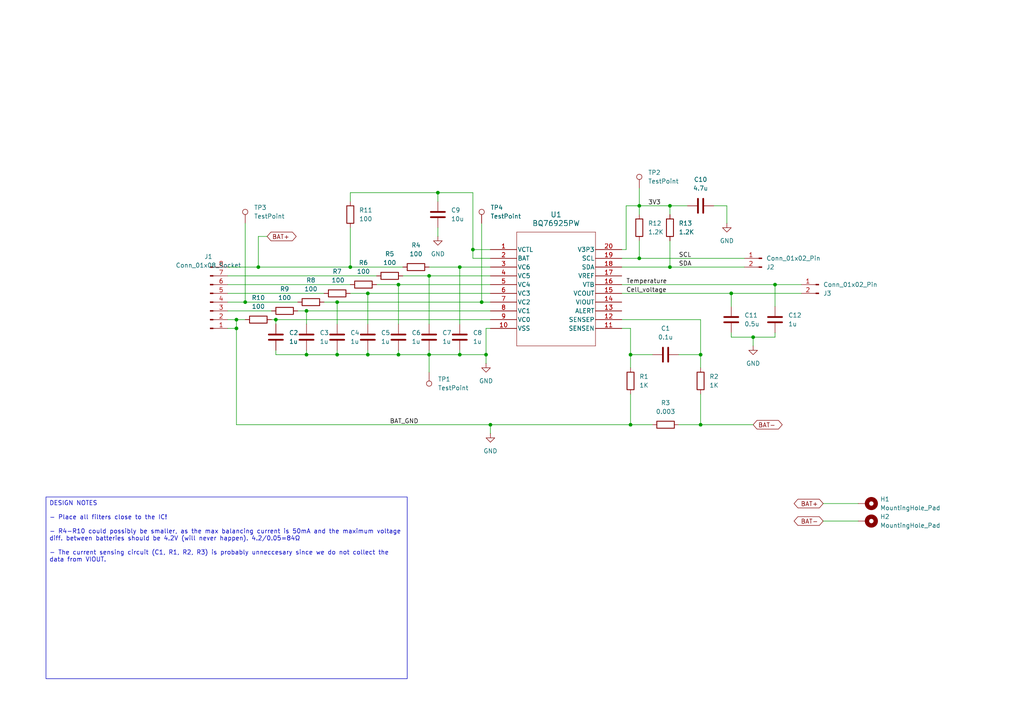
<source format=kicad_sch>
(kicad_sch (version 20250114) (generator "eeschema") (generator_version "9.0")
  (paper "A4")
  (title_block (title "Prototype BMS for SÓLFAR") (date "2025-02-18") (rev "1") (company "KTH Flying Team"))
  (lib_symbols
    (symbol "BQ76925PW:BQ76925PW" (pin_names (offset 0.254))
      (property "Reference" "U1" (at 33.02 10.16 0))
      (property "Value" "BQ76925PW" (at 33.02 7.62 0))
      (symbol "BQ76925PW_0_1"
        (polyline (pts (xy 21.59 5.08) (xy 21.59 -27.94)) (stroke (width 0.127)))
        (polyline (pts (xy 21.59 -27.94) (xy 44.45 -27.94)) (stroke (width 0.127)))
        (polyline (pts (xy 44.45 5.08) (xy 21.59 5.08)) (stroke (width 0.127)))
        (polyline (pts (xy 44.45 -27.94) (xy 44.45 5.08)) (stroke (width 0.127)))
        (pin output line (at 13.97 0 0) (length 7.62) (name "VCTL") (number "1"))
        (pin power_in line (at 13.97 -2.54 0) (length 7.62) (name "BAT") (number "2"))
        (pin input line (at 13.97 -5.08 0) (length 7.62) (name "VC6") (number "3"))
        (pin input line (at 13.97 -7.62 0) (length 7.62) (name "VC5") (number "4"))
        (pin input line (at 13.97 -10.16 0) (length 7.62) (name "VC4") (number "5"))
        (pin input line (at 13.97 -12.7 0) (length 7.62) (name "VC3") (number "6"))
        (pin input line (at 13.97 -15.24 0) (length 7.62) (name "VC2") (number "7"))
        (pin input line (at 13.97 -17.78 0) (length 7.62) (name "VC1") (number "8"))
        (pin input line (at 13.97 -20.32 0) (length 7.62) (name "VC0") (number "9"))
        (pin power_in line (at 13.97 -22.86 0) (length 7.62) (name "VSS") (number "10"))
        (pin output line (at 52.07 0 180) (length 7.62) (name "V3P3") (number "20"))
        (pin input line (at 52.07 -2.54 180) (length 7.62) (name "SCL") (number "19"))
        (pin bidirectional line (at 52.07 -5.08 180) (length 7.62) (name "SDA") (number "18"))
        (pin output line (at 52.07 -7.62 180) (length 7.62) (name "VREF") (number "17"))
        (pin output line (at 52.07 -10.16 180) (length 7.62) (name "VTB") (number "16"))
        (pin output line (at 52.07 -12.7 180) (length 7.62) (name "VCOUT") (number "15"))
        (pin output line (at 52.07 -15.24 180) (length 7.62) (name "VIOUT") (number "14"))
        (pin output line (at 52.07 -17.78 180) (length 7.62) (name "ALERT") (number "13"))
        (pin input line (at 52.07 -20.32 180) (length 7.62) (name "SENSEP") (number "12"))
        (pin input line (at 52.07 -22.86 180) (length 7.62) (name "SENSEN") (number "11"))
      )
    )
    (symbol "Connector:Conn_01x02_Pin" (pin_names (offset 1.016) (hide yes))
      (property "Reference" "J" (at 0 2.54 0))
      (property "Value" "Conn_01x02_Pin" (at 0 -5.08 0))
      (symbol "Conn_01x02_Pin_1_1"
        (rectangle (start 0.8636 0.127) (end 0 -0.127) (stroke (width 0.1524)) (fill (type outline)))
        (rectangle (start 0.8636 -2.413) (end 0 -2.667) (stroke (width 0.1524)) (fill (type outline)))
        (polyline (pts (xy 1.27 0) (xy 0.8636 0)) (stroke (width 0.1524)))
        (polyline (pts (xy 1.27 -2.54) (xy 0.8636 -2.54)) (stroke (width 0.1524)))
        (pin passive line (at 5.08 0 180) (length 3.81) (name "Pin_1") (number "1"))
        (pin passive line (at 5.08 -2.54 180) (length 3.81) (name "Pin_2") (number "2"))
      )
    )
    (symbol "Connector:Conn_01x08_Pin" (pin_names (offset 1.016) (hide yes))
      (property "Reference" "J" (at 0 10.16 0))
      (property "Value" "Conn_01x08_Pin" (at 0 -12.7 0))
      (symbol "Conn_01x08_Pin_1_1"
        (rectangle (start 0.8636 7.747) (end 0 7.493) (stroke (width 0.1524)) (fill (type outline)))
        (rectangle (start 0.8636 5.207) (end 0 4.953) (stroke (width 0.1524)) (fill (type outline)))
        (rectangle (start 0.8636 2.667) (end 0 2.413) (stroke (width 0.1524)) (fill (type outline)))
        (rectangle (start 0.8636 0.127) (end 0 -0.127) (stroke (width 0.1524)) (fill (type outline)))
        (rectangle (start 0.8636 -2.413) (end 0 -2.667) (stroke (width 0.1524)) (fill (type outline)))
        (rectangle (start 0.8636 -4.953) (end 0 -5.207) (stroke (width 0.1524)) (fill (type outline)))
        (rectangle (start 0.8636 -7.493) (end 0 -7.747) (stroke (width 0.1524)) (fill (type outline)))
        (rectangle (start 0.8636 -10.033) (end 0 -10.287) (stroke (width 0.1524)) (fill (type outline)))
        (polyline (pts (xy 1.27 7.62) (xy 0.8636 7.62)) (stroke (width 0.1524)))
        (polyline (pts (xy 1.27 5.08) (xy 0.8636 5.08)) (stroke (width 0.1524)))
        (polyline (pts (xy 1.27 2.54) (xy 0.8636 2.54)) (stroke (width 0.1524)))
        (polyline (pts (xy 1.27 0) (xy 0.8636 0)) (stroke (width 0.1524)))
        (polyline (pts (xy 1.27 -2.54) (xy 0.8636 -2.54)) (stroke (width 0.1524)))
        (polyline (pts (xy 1.27 -5.08) (xy 0.8636 -5.08)) (stroke (width 0.1524)))
        (polyline (pts (xy 1.27 -7.62) (xy 0.8636 -7.62)) (stroke (width 0.1524)))
        (polyline (pts (xy 1.27 -10.16) (xy 0.8636 -10.16)) (stroke (width 0.1524)))
        (pin passive line (at 5.08 7.62 180) (length 3.81) (name "Pin_1") (number "1"))
        (pin passive line (at 5.08 5.08 180) (length 3.81) (name "Pin_2") (number "2"))
        (pin passive line (at 5.08 2.54 180) (length 3.81) (name "Pin_3") (number "3"))
        (pin passive line (at 5.08 0 180) (length 3.81) (name "Pin_4") (number "4"))
        (pin passive line (at 5.08 -2.54 180) (length 3.81) (name "Pin_5") (number "5"))
        (pin passive line (at 5.08 -5.08 180) (length 3.81) (name "Pin_6") (number "6"))
        (pin passive line (at 5.08 -7.62 180) (length 3.81) (name "Pin_7") (number "7"))
        (pin passive line (at 5.08 -10.16 180) (length 3.81) (name "Pin_8") (number "8"))
      )
    )
    (symbol "Connector:TestPoint" (pin_numbers (hide yes)) (pin_names (offset 0.762) (hide yes))
      (property "Reference" "TP" (at 0 6.858 0))
      (property "Value" "TestPoint" (at 0 5.08 0))
      (symbol "TestPoint_0_1"
        (circle (center 0 3.302) (radius 0.762))
      )
      (symbol "TestPoint_1_1"
        (pin passive line (at 0 0 90) (length 2.54) (name "1") (number "1"))
      )
    )
    (symbol "Device:C" (pin_numbers (hide yes)) (pin_names (offset 0.254))
      (property "Reference" "C" (at 0.635 2.54 0))
      (property "Value" "C" (at 0.635 -2.54 0))
      (symbol "C_0_1"
        (polyline (pts (xy -2.032 0.762) (xy 2.032 0.762)) (stroke (width 0.508)))
        (polyline (pts (xy -2.032 -0.762) (xy 2.032 -0.762)) (stroke (width 0.508)))
      )
      (symbol "C_1_1"
        (pin passive line (at 0 3.81 270) (length 2.794) (name "~") (number "1"))
        (pin passive line (at 0 -3.81 90) (length 2.794) (name "~") (number "2"))
      )
    )
    (symbol "Device:R" (pin_numbers (hide yes)) (pin_names (offset 0))
      (property "Reference" "R" (at 2.032 0 90))
      (property "Value" "R" (at 0 0 90))
      (symbol "R_0_1"
        (rectangle (start -1.016 -2.54) (end 1.016 2.54) (stroke (width 0.254)))
      )
      (symbol "R_1_1"
        (pin passive line (at 0 3.81 270) (length 1.27) (name "~") (number "1"))
        (pin passive line (at 0 -3.81 90) (length 1.27) (name "~") (number "2"))
      )
    )
    (symbol "Mechanical:MountingHole_Pad" (pin_numbers (hide yes)) (pin_names (offset 1.016) (hide yes)) (exclude_from_sim yes) (in_bom no)
      (property "Reference" "H" (at 0 6.35 0))
      (property "Value" "MountingHole_Pad" (at 0 4.445 0))
      (symbol "MountingHole_Pad_0_1"
        (circle (center 0 1.27) (radius 1.27) (stroke (width 1.27)))
      )
      (symbol "MountingHole_Pad_1_1"
        (pin input line (at 0 -2.54 90) (length 2.54) (name "1") (number "1"))
      )
    )
    (symbol "power:GND" (power) (pin_numbers (hide yes)) (pin_names (offset 0) (hide yes))
      (property "Value" "GND" (at 0 -3.81 0))
      (symbol "GND_0_1"
        (polyline (pts (xy 0 0) (xy 0 -1.27) (xy 1.27 -1.27) (xy 0 -2.54) (xy -1.27 -1.27) (xy 0 -1.27)))
      )
      (symbol "GND_1_1"
        (pin power_in line (at 0 0 270) (length 0) (name "~") (number "1"))
      )
    )
  )
  (text_box "DESIGN NOTES\n\n- Place all filters close to the IC!\n\n- R4-R10 could possibly be smaller, as the max balancing current is 50mA and the maximum voltage diff. between batteries should be 4.2V (will never happen). 4.2/0.05=84Ω\n\n- The current sensing circuit (C1, R1, R2, R3) is probably unneccesary since we do not collect the data from VIOUT." (at 13.335 144.145 0) (size 104.775 52.705) (margins 0.9525 0.9525 0.9525 0.9525) (effects (font (size 1.27 1.27)) (justify left top)))
  (junction (at 124.46 102.87))
  (junction (at 194.31 77.47))
  (junction (at 68.58 95.25))
  (junction (at 224.79 82.55))
  (junction (at 182.88 102.87))
  (junction (at 101.6 77.47))
  (junction (at 139.7 87.63))
  (junction (at 80.01 92.71))
  (junction (at 88.9 90.17))
  (junction (at 203.2 123.19))
  (junction (at 115.57 102.87))
  (junction (at 106.68 85.09))
  (junction (at 74.93 77.47))
  (junction (at 185.42 74.93))
  (junction (at 71.12 87.63))
  (junction (at 124.46 80.01))
  (junction (at 97.79 87.63))
  (junction (at 68.58 92.71))
  (junction (at 115.57 82.55))
  (junction (at 142.24 123.19))
  (junction (at 182.88 123.19))
  (junction (at 106.68 102.87))
  (junction (at 88.9 102.87))
  (junction (at 185.42 59.69))
  (junction (at 133.35 77.47))
  (junction (at 218.44 97.79))
  (junction (at 133.35 102.87))
  (junction (at 127 55.88))
  (junction (at 97.79 102.87))
  (junction (at 140.97 102.87))
  (junction (at 194.31 59.69))
  (junction (at 137.16 72.39))
  (junction (at 212.09 85.09))
  (junction (at 203.2 102.87))
  (wire (pts (xy 137.16 74.93) (xy 137.16 72.39)))
  (wire (pts (xy 88.9 102.87) (xy 97.79 102.87)))
  (wire (pts (xy 196.85 102.87) (xy 203.2 102.87)))
  (wire (pts (xy 80.01 92.71) (xy 142.24 92.71)))
  (wire (pts (xy 181.61 72.39) (xy 180.34 72.39)))
  (wire (pts (xy 189.23 123.19) (xy 182.88 123.19)))
  (wire (pts (xy 142.24 123.19) (xy 142.24 125.73)))
  (wire (pts (xy 74.93 77.47) (xy 101.6 77.47)))
  (wire (pts (xy 185.42 59.69) (xy 194.31 59.69)))
  (wire (pts (xy 140.97 102.87) (xy 140.97 95.25)))
  (wire (pts (xy 137.16 72.39) (xy 142.24 72.39)))
  (wire (pts (xy 203.2 92.71) (xy 203.2 102.87)))
  (wire (pts (xy 93.98 87.63) (xy 97.79 87.63)))
  (wire (pts (xy 71.12 64.77) (xy 71.12 87.63)))
  (wire (pts (xy 180.34 85.09) (xy 212.09 85.09)))
  (wire (pts (xy 224.79 88.9) (xy 224.79 82.55)))
  (wire (pts (xy 115.57 102.87) (xy 106.68 102.87)))
  (wire (pts (xy 80.01 93.98) (xy 80.01 92.71)))
  (wire (pts (xy 88.9 90.17) (xy 88.9 93.98)))
  (wire (pts (xy 80.01 102.87) (xy 88.9 102.87)))
  (wire (pts (xy 71.12 87.63) (xy 86.36 87.63)))
  (wire (pts (xy 180.34 95.25) (xy 182.88 95.25)))
  (wire (pts (xy 238.76 151.13) (xy 248.92 151.13)))
  (wire (pts (xy 127 55.88) (xy 127 58.42)))
  (wire (pts (xy 212.09 97.79) (xy 212.09 96.52)))
  (wire (pts (xy 133.35 101.6) (xy 133.35 102.87)))
  (wire (pts (xy 212.09 85.09) (xy 232.41 85.09)))
  (wire (pts (xy 124.46 102.87) (xy 133.35 102.87)))
  (wire (pts (xy 97.79 87.63) (xy 139.7 87.63)))
  (wire (pts (xy 140.97 95.25) (xy 142.24 95.25)))
  (wire (pts (xy 127 66.04) (xy 127 68.58)))
  (wire (pts (xy 218.44 97.79) (xy 224.79 97.79)))
  (wire (pts (xy 180.34 74.93) (xy 185.42 74.93)))
  (wire (pts (xy 66.04 87.63) (xy 71.12 87.63)))
  (wire (pts (xy 181.61 72.39) (xy 181.61 59.69)))
  (wire (pts (xy 106.68 85.09) (xy 106.68 93.98)))
  (wire (pts (xy 116.84 80.01) (xy 124.46 80.01)))
  (wire (pts (xy 101.6 66.04) (xy 101.6 77.47)))
  (wire (pts (xy 238.76 146.05) (xy 248.92 146.05)))
  (wire (pts (xy 194.31 59.69) (xy 199.39 59.69)))
  (wire (pts (xy 181.61 59.69) (xy 185.42 59.69)))
  (wire (pts (xy 180.34 92.71) (xy 203.2 92.71)))
  (wire (pts (xy 115.57 101.6) (xy 115.57 102.87)))
  (wire (pts (xy 115.57 82.55) (xy 115.57 93.98)))
  (wire (pts (xy 97.79 101.6) (xy 97.79 102.87)))
  (wire (pts (xy 182.88 102.87) (xy 189.23 102.87)))
  (wire (pts (xy 142.24 123.19) (xy 182.88 123.19)))
  (wire (pts (xy 74.93 68.58) (xy 74.93 77.47)))
  (wire (pts (xy 86.36 90.17) (xy 88.9 90.17)))
  (wire (pts (xy 224.79 82.55) (xy 232.41 82.55)))
  (wire (pts (xy 203.2 114.3) (xy 203.2 123.19)))
  (wire (pts (xy 106.68 102.87) (xy 97.79 102.87)))
  (wire (pts (xy 180.34 82.55) (xy 224.79 82.55)))
  (wire (pts (xy 109.22 82.55) (xy 115.57 82.55)))
  (wire (pts (xy 68.58 92.71) (xy 71.12 92.71)))
  (wire (pts (xy 185.42 59.69) (xy 185.42 62.23)))
  (wire (pts (xy 88.9 101.6) (xy 88.9 102.87)))
  (wire (pts (xy 212.09 85.09) (xy 212.09 88.9)))
  (wire (pts (xy 77.47 68.58) (xy 74.93 68.58)))
  (wire (pts (xy 66.04 90.17) (xy 78.74 90.17)))
  (wire (pts (xy 127 55.88) (xy 137.16 55.88)))
  (wire (pts (xy 182.88 102.87) (xy 182.88 106.68)))
  (wire (pts (xy 194.31 59.69) (xy 194.31 62.23)))
  (wire (pts (xy 180.34 77.47) (xy 194.31 77.47)))
  (wire (pts (xy 124.46 102.87) (xy 115.57 102.87)))
  (wire (pts (xy 133.35 77.47) (xy 133.35 93.98)))
  (wire (pts (xy 203.2 123.19) (xy 196.85 123.19)))
  (wire (pts (xy 185.42 54.61) (xy 185.42 59.69)))
  (wire (pts (xy 139.7 64.77) (xy 139.7 87.63)))
  (wire (pts (xy 101.6 55.88) (xy 127 55.88)))
  (wire (pts (xy 80.01 101.6) (xy 80.01 102.87)))
  (wire (pts (xy 88.9 90.17) (xy 142.24 90.17)))
  (wire (pts (xy 101.6 82.55) (xy 66.04 82.55)))
  (wire (pts (xy 124.46 101.6) (xy 124.46 102.87)))
  (wire (pts (xy 68.58 95.25) (xy 68.58 123.19)))
  (wire (pts (xy 203.2 123.19) (xy 218.44 123.19)))
  (wire (pts (xy 124.46 102.87) (xy 124.46 107.95)))
  (wire (pts (xy 101.6 55.88) (xy 101.6 58.42)))
  (wire (pts (xy 139.7 87.63) (xy 142.24 87.63)))
  (wire (pts (xy 97.79 87.63) (xy 97.79 93.98)))
  (wire (pts (xy 133.35 77.47) (xy 142.24 77.47)))
  (wire (pts (xy 66.04 85.09) (xy 93.98 85.09)))
  (wire (pts (xy 203.2 102.87) (xy 203.2 106.68)))
  (wire (pts (xy 133.35 102.87) (xy 140.97 102.87)))
  (wire (pts (xy 207.01 59.69) (xy 210.82 59.69)))
  (wire (pts (xy 66.04 80.01) (xy 109.22 80.01)))
  (wire (pts (xy 68.58 92.71) (xy 68.58 95.25)))
  (wire (pts (xy 66.04 92.71) (xy 68.58 92.71)))
  (wire (pts (xy 124.46 80.01) (xy 124.46 93.98)))
  (wire (pts (xy 194.31 77.47) (xy 215.9 77.47)))
  (wire (pts (xy 140.97 105.41) (xy 140.97 102.87)))
  (wire (pts (xy 124.46 77.47) (xy 133.35 77.47)))
  (wire (pts (xy 185.42 74.93) (xy 215.9 74.93)))
  (wire (pts (xy 142.24 74.93) (xy 137.16 74.93)))
  (wire (pts (xy 68.58 123.19) (xy 142.24 123.19)))
  (wire (pts (xy 78.74 92.71) (xy 80.01 92.71)))
  (wire (pts (xy 106.68 101.6) (xy 106.68 102.87)))
  (wire (pts (xy 210.82 59.69) (xy 210.82 64.77)))
  (wire (pts (xy 101.6 77.47) (xy 116.84 77.47)))
  (wire (pts (xy 115.57 82.55) (xy 142.24 82.55)))
  (wire (pts (xy 124.46 80.01) (xy 142.24 80.01)))
  (wire (pts (xy 101.6 85.09) (xy 106.68 85.09)))
  (wire (pts (xy 106.68 85.09) (xy 142.24 85.09)))
  (wire (pts (xy 182.88 95.25) (xy 182.88 102.87)))
  (wire (pts (xy 218.44 97.79) (xy 212.09 97.79)))
  (wire (pts (xy 185.42 69.85) (xy 185.42 74.93)))
  (wire (pts (xy 137.16 72.39) (xy 137.16 55.88)))
  (wire (pts (xy 218.44 97.79) (xy 218.44 100.33)))
  (wire (pts (xy 224.79 96.52) (xy 224.79 97.79)))
  (wire (pts (xy 66.04 95.25) (xy 68.58 95.25)))
  (wire (pts (xy 182.88 123.19) (xy 182.88 114.3)))
  (wire (pts (xy 194.31 69.85) (xy 194.31 77.47)))
  (wire (pts (xy 66.04 77.47) (xy 74.93 77.47)))
  (label "Temperature" (at 181.61 82.55 0))
  (label "Cell_voltage" (at 181.61 85.09 0))
  (label "SCL" (at 196.85 74.93 0))
  (label "3V3" (at 187.96 59.69 0))
  (label "BAT_GND" (at 113.03 123.19 0))
  (label "SDA" (at 196.85 77.47 0))
  (global_label "BAT+" (shape bidirectional) (at 77.47 68.58 0) (property "Intersheetrefs" "${INTERSHEET_REFS}" (effects (hide yes))))
  (global_label "BAT-" (shape bidirectional) (at 218.44 123.19 0) (property "Intersheetrefs" "${INTERSHEET_REFS}" (effects (hide yes))))
  (global_label "BAT+" (shape bidirectional) (at 238.76 146.05 180) (property "Intersheetrefs" "${INTERSHEET_REFS}" (effects (hide yes))))
  (global_label "BAT-" (shape bidirectional) (at 238.76 151.13 180) (property "Intersheetrefs" "${INTERSHEET_REFS}" (effects (hide yes))))
  (symbol (lib_id "Device:C") (at 97.79 97.79 0) (unit 1)
    (property "Reference" "C4" (at 101.6 96.5199 0) (effects (justify left)))
    (property "Value" "1u" (at 101.6 99.0599 0) (effects (justify left)))
    (property "Footprint" "Capacitor_SMD:C_1210_3225Metric_Pad1.33x2.70mm_HandSolder" (effects (hide yes)))
    (property "Description" "Unpolarized capacitor" (effects (hide yes)))
  )
  (symbol (lib_id "power:GND") (at 218.44 100.33 0) (unit 1)
    (property "Reference" "#PWR04" (effects (hide yes)))
    (property "Value" "GND" (at 218.44 105.41 0))
    (property "Description" "Power symbol creates a global label with name \"GND\" , ground" (effects (hide yes)))
  )
  (symbol (lib_id "Device:R") (at 203.2 110.49 0) (unit 1)
    (property "Reference" "R2" (at 205.74 109.2199 0) (effects (justify left)))
    (property "Value" "1K" (at 205.74 111.7599 0) (effects (justify left)))
    (property "Footprint" "Resistor_SMD:R_1206_3216Metric_Pad1.30x1.75mm_HandSolder" (effects (hide yes)))
    (property "Description" "Resistor" (effects (hide yes)))
  )
  (symbol (lib_id "Device:C") (at 115.57 97.79 0) (unit 1)
    (property "Reference" "C6" (at 119.38 96.5199 0) (effects (justify left)))
    (property "Value" "1u" (at 119.38 99.0599 0) (effects (justify left)))
    (property "Footprint" "Capacitor_SMD:C_1210_3225Metric_Pad1.33x2.70mm_HandSolder" (effects (hide yes)))
    (property "Description" "Unpolarized capacitor" (effects (hide yes)))
  )
  (symbol (lib_id "Device:R") (at 97.79 85.09 90) (unit 1)
    (property "Reference" "R7" (at 97.79 78.74 90))
    (property "Value" "100" (at 98.044 81.28 90))
    (property "Footprint" "Resistor_SMD:R_1206_3216Metric_Pad1.30x1.75mm_HandSolder" (effects (hide yes)))
    (property "Description" "Resistor" (effects (hide yes)))
  )
  (symbol (lib_id "Mechanical:MountingHole_Pad") (at 251.46 151.13 270) (unit 1) (exclude_from_sim yes) (in_bom no)
    (property "Reference" "H2" (at 255.27 149.8599 90) (effects (justify left)))
    (property "Value" "MountingHole_Pad" (at 255.27 152.3999 90) (effects (justify left)))
    (property "Footprint" "MountingHole:MountingHole_2.2mm_M2_DIN965_Pad" (effects (hide yes)))
    (property "Description" "Mounting Hole with connection" (effects (hide yes)))
  )
  (symbol (lib_id "Device:R") (at 74.93 92.71 90) (unit 1)
    (property "Reference" "R10" (at 74.93 86.36 90))
    (property "Value" "100" (at 74.93 88.9 90))
    (property "Footprint" "Resistor_SMD:R_1206_3216Metric_Pad1.30x1.75mm_HandSolder" (effects (hide yes)))
    (property "Description" "Resistor" (effects (hide yes)))
  )
  (symbol (lib_id "Device:R") (at 182.88 110.49 0) (unit 1)
    (property "Reference" "R1" (at 185.42 109.2199 0) (effects (justify left)))
    (property "Value" "1K" (at 185.42 111.7599 0) (effects (justify left)))
    (property "Footprint" "Resistor_SMD:R_1206_3216Metric_Pad1.30x1.75mm_HandSolder" (effects (hide yes)))
    (property "Description" "Resistor" (effects (hide yes)))
  )
  (symbol (lib_id "Connector:TestPoint") (at 139.7 64.77 0) (unit 1)
    (property "Reference" "TP4" (at 142.24 60.1979 0) (effects (justify left)))
    (property "Value" "TestPoint" (at 142.24 62.7379 0) (effects (justify left)))
    (property "Footprint" "TestPoint:TestPoint_THTPad_D1.5mm_Drill0.7mm" (effects (hide yes)))
    (property "Description" "test point" (effects (hide yes)))
  )
  (symbol (lib_id "BQ76925PW:BQ76925PW") (at 128.27 72.39 0) (unit 1)
    (property "Reference" "U1" (at 161.29 62.23 0) (effects (font (size 1.524 1.524))))
    (property "Value" "BQ76925PW" (at 161.29 64.77 0) (effects (font (size 1.524 1.524))))
    (property "Footprint" "Package_SO:TSSOP-20_4.4x6.5mm_P0.65mm" (effects (hide yes)))
    (property "Datasheet" "https://www.ti.com/lit/ds/symlink/bq76925.pdf?ts=1749122714442&ref_url=https%253A%252F%252Fwww.ti.com%252Fproduct%252FBQ76925%252Fpart-details%252FBQ76925PW" (effects (hide yes)))
  )
  (symbol (lib_id "Device:R") (at 194.31 66.04 0) (unit 1)
    (property "Reference" "R13" (at 196.85 64.7699 0) (effects (justify left)))
    (property "Value" "1.2K" (at 196.85 67.3099 0) (effects (justify left)))
    (property "Footprint" "Resistor_SMD:R_1206_3216Metric_Pad1.30x1.75mm_HandSolder" (effects (hide yes)))
    (property "Description" "Resistor" (effects (hide yes)))
  )
  (symbol (lib_id "Connector:TestPoint") (at 185.42 54.61 0) (unit 1)
    (property "Reference" "TP2" (at 187.96 50.0379 0) (effects (justify left)))
    (property "Value" "TestPoint" (at 187.96 52.5779 0) (effects (justify left)))
    (property "Footprint" "TestPoint:TestPoint_THTPad_D1.5mm_Drill0.7mm" (effects (hide yes)))
    (property "Description" "test point" (effects (hide yes)))
  )
  (symbol (lib_id "Device:C") (at 133.35 97.79 0) (unit 1)
    (property "Reference" "C8" (at 137.16 96.5199 0) (effects (justify left)))
    (property "Value" "1u" (at 137.16 99.0599 0) (effects (justify left)))
    (property "Footprint" "Capacitor_SMD:C_1210_3225Metric_Pad1.33x2.70mm_HandSolder" (effects (hide yes)))
    (property "Description" "Unpolarized capacitor" (effects (hide yes)))
  )
  (symbol (lib_id "Device:C") (at 88.9 97.79 0) (unit 1)
    (property "Reference" "C3" (at 92.71 96.5199 0) (effects (justify left)))
    (property "Value" "1u" (at 92.71 99.0599 0) (effects (justify left)))
    (property "Footprint" "Capacitor_SMD:C_1210_3225Metric_Pad1.33x2.70mm_HandSolder" (effects (hide yes)))
    (property "Description" "Unpolarized capacitor" (effects (hide yes)))
  )
  (symbol (lib_id "Device:R") (at 193.04 123.19 90) (unit 1)
    (property "Reference" "R3" (at 193.04 116.84 90))
    (property "Value" "0.003" (at 193.04 119.38 90))
    (property "Footprint" "Resistor_SMD:R_2512_6332Metric_Pad1.40x3.35mm_HandSolder" (effects (hide yes)))
    (property "Description" "Resistor" (effects (hide yes)))
  )
  (symbol (lib_id "Device:C") (at 127 62.23 0) (unit 1)
    (property "Reference" "C9" (at 130.81 60.9599 0) (effects (justify left)))
    (property "Value" "10u" (at 130.81 63.4999 0) (effects (justify left)))
    (property "Footprint" "Capacitor_SMD:C_1210_3225Metric_Pad1.33x2.70mm_HandSolder" (effects (hide yes)))
    (property "Description" "Unpolarized capacitor" (effects (hide yes)))
  )
  (symbol (lib_id "Device:R") (at 90.17 87.63 90) (unit 1)
    (property "Reference" "R8" (at 90.17 81.28 90))
    (property "Value" "100" (at 90.17 83.82 90))
    (property "Footprint" "Resistor_SMD:R_1206_3216Metric_Pad1.30x1.75mm_HandSolder" (effects (hide yes)))
    (property "Description" "Resistor" (effects (hide yes)))
  )
  (symbol (lib_id "Device:C") (at 203.2 59.69 90) (unit 1)
    (property "Reference" "C10" (at 203.2 52.07 90))
    (property "Value" "4.7u" (at 203.2 54.61 90))
    (property "Footprint" "Capacitor_SMD:C_1210_3225Metric_Pad1.33x2.70mm_HandSolder" (effects (hide yes)))
    (property "Description" "Unpolarized capacitor" (effects (hide yes)))
  )
  (symbol (lib_id "power:GND") (at 127 68.58 0) (unit 1)
    (property "Reference" "#PWR02" (effects (hide yes)))
    (property "Value" "GND" (at 127 73.66 0))
    (property "Description" "Power symbol creates a global label with name \"GND\" , ground" (effects (hide yes)))
  )
  (symbol (lib_id "Connector:TestPoint") (at 124.46 107.95 180) (unit 1)
    (property "Reference" "TP1" (at 127 109.9819 0) (effects (justify right)))
    (property "Value" "TestPoint" (at 127 112.5219 0) (effects (justify right)))
    (property "Footprint" "TestPoint:TestPoint_THTPad_D1.5mm_Drill0.7mm" (effects (hide yes)))
    (property "Description" "test point" (effects (hide yes)))
  )
  (symbol (lib_id "Device:R") (at 120.65 77.47 90) (unit 1)
    (property "Reference" "R4" (at 120.65 71.12 90))
    (property "Value" "100" (at 120.65 73.66 90))
    (property "Footprint" "Resistor_SMD:R_1206_3216Metric_Pad1.30x1.75mm_HandSolder" (effects (hide yes)))
    (property "Description" "Resistor" (effects (hide yes)))
  )
  (symbol (lib_id "power:GND") (at 210.82 64.77 0) (unit 1)
    (property "Reference" "#PWR03" (effects (hide yes)))
    (property "Value" "GND" (at 210.82 69.85 0))
    (property "Description" "Power symbol creates a global label with name \"GND\" , ground" (effects (hide yes)))
  )
  (symbol (lib_id "power:GND") (at 140.97 105.41 0) (unit 1)
    (property "Reference" "#PWR01" (effects (hide yes)))
    (property "Value" "GND" (at 140.97 110.49 0))
    (property "Description" "Power symbol creates a global label with name \"GND\" , ground" (effects (hide yes)))
  )
  (symbol (lib_id "Mechanical:MountingHole_Pad") (at 251.46 146.05 270) (unit 1) (exclude_from_sim yes) (in_bom no)
    (property "Reference" "H1" (at 255.27 144.7799 90) (effects (justify left)))
    (property "Value" "MountingHole_Pad" (at 255.27 147.3199 90) (effects (justify left)))
    (property "Footprint" "MountingHole:MountingHole_2.2mm_M2_DIN965_Pad" (effects (hide yes)))
    (property "Description" "Mounting Hole with connection" (effects (hide yes)))
  )
  (symbol (lib_id "Device:C") (at 80.01 97.79 0) (unit 1)
    (property "Reference" "C2" (at 83.82 96.5199 0) (effects (justify left)))
    (property "Value" "1u" (at 83.82 99.0599 0) (effects (justify left)))
    (property "Footprint" "Capacitor_SMD:C_1210_3225Metric_Pad1.33x2.70mm_HandSolder" (effects (hide yes)))
    (property "Description" "Unpolarized capacitor" (effects (hide yes)))
  )
  (symbol (lib_id "Device:C") (at 193.04 102.87 90) (unit 1)
    (property "Reference" "C1" (at 193.04 95.25 90))
    (property "Value" "0.1u" (at 193.04 97.79 90))
    (property "Footprint" "Capacitor_SMD:C_1210_3225Metric_Pad1.33x2.70mm_HandSolder" (effects (hide yes)))
    (property "Description" "Unpolarized capacitor" (effects (hide yes)))
  )
  (symbol (lib_id "power:GND") (at 142.24 125.73 0) (unit 1)
    (property "Reference" "#PWR05" (effects (hide yes)))
    (property "Value" "GND" (at 142.24 130.81 0))
    (property "Description" "Power symbol creates a global label with name \"GND\" , ground" (effects (hide yes)))
  )
  (symbol (lib_id "Device:R") (at 82.55 90.17 90) (unit 1)
    (property "Reference" "R9" (at 82.55 83.82 90))
    (property "Value" "100" (at 82.55 86.36 90))
    (property "Footprint" "Resistor_SMD:R_1206_3216Metric_Pad1.30x1.75mm_HandSolder" (effects (hide yes)))
    (property "Description" "Resistor" (effects (hide yes)))
  )
  (symbol (lib_id "Connector:Conn_01x02_Pin") (at 220.98 74.93 0) (mirror y) (unit 1)
    (property "Reference" "J2" (at 222.25 77.4701 0) (effects (justify right)))
    (property "Value" "Conn_01x02_Pin" (at 222.25 74.9301 0) (effects (justify right)))
    (property "Footprint" "Connector_JST:JST_GH_BM02B-GHS-TBT_1x02-1MP_P1.25mm_Vertical" (effects (hide yes)))
    (property "Description" "Generic connector, single row, 01x02, script generated" (effects (hide yes)))
  )
  (symbol (lib_id "Device:C") (at 224.79 92.71 0) (unit 1)
    (property "Reference" "C12" (at 228.6 91.4399 0) (effects (justify left)))
    (property "Value" "1u" (at 228.6 93.9799 0) (effects (justify left)))
    (property "Footprint" "Capacitor_SMD:C_1210_3225Metric_Pad1.33x2.70mm_HandSolder" (effects (hide yes)))
    (property "Description" "Unpolarized capacitor" (effects (hide yes)))
  )
  (symbol (lib_id "Device:R") (at 113.03 80.01 90) (unit 1)
    (property "Reference" "R5" (at 113.03 73.66 90))
    (property "Value" "100" (at 113.03 76.2 90))
    (property "Footprint" "Resistor_SMD:R_1206_3216Metric_Pad1.30x1.75mm_HandSolder" (effects (hide yes)))
    (property "Description" "Resistor" (effects (hide yes)))
  )
  (symbol (lib_id "Device:C") (at 124.46 97.79 0) (unit 1)
    (property "Reference" "C7" (at 128.27 96.5199 0) (effects (justify left)))
    (property "Value" "1u" (at 128.27 99.0599 0) (effects (justify left)))
    (property "Footprint" "Capacitor_SMD:C_1210_3225Metric_Pad1.33x2.70mm_HandSolder" (effects (hide yes)))
    (property "Description" "Unpolarized capacitor" (effects (hide yes)))
  )
  (symbol (lib_id "Device:R") (at 101.6 62.23 0) (unit 1)
    (property "Reference" "R11" (at 104.14 60.9599 0) (effects (justify left)))
    (property "Value" "100" (at 104.14 63.4999 0) (effects (justify left)))
    (property "Footprint" "Resistor_SMD:R_1206_3216Metric_Pad1.30x1.75mm_HandSolder" (effects (hide yes)))
    (property "Description" "Resistor" (effects (hide yes)))
  )
  (symbol (lib_id "Device:R") (at 105.41 82.55 90) (unit 1)
    (property "Reference" "R6" (at 105.41 76.2 90))
    (property "Value" "100" (at 105.41 78.74 90))
    (property "Footprint" "Resistor_SMD:R_1206_3216Metric_Pad1.30x1.75mm_HandSolder" (effects (hide yes)))
    (property "Description" "Resistor" (effects (hide yes)))
  )
  (symbol (lib_id "Device:C") (at 212.09 92.71 0) (unit 1)
    (property "Reference" "C11" (at 215.9 91.4399 0) (effects (justify left)))
    (property "Value" "0.5u" (at 215.9 93.9799 0) (effects (justify left)))
    (property "Footprint" "Capacitor_SMD:C_1210_3225Metric_Pad1.33x2.70mm_HandSolder" (effects (hide yes)))
    (property "Description" "Unpolarized capacitor" (effects (hide yes)))
  )
  (symbol (lib_id "Connector:TestPoint") (at 71.12 64.77 0) (unit 1)
    (property "Reference" "TP3" (at 73.66 60.1979 0) (effects (justify left)))
    (property "Value" "TestPoint" (at 73.66 62.7379 0) (effects (justify left)))
    (property "Footprint" "TestPoint:TestPoint_THTPad_D1.5mm_Drill0.7mm" (effects (hide yes)))
    (property "Description" "test point" (effects (hide yes)))
  )
  (symbol (lib_id "Device:R") (at 185.42 66.04 0) (unit 1)
    (property "Reference" "R12" (at 187.96 64.7699 0) (effects (justify left)))
    (property "Value" "1.2K" (at 187.96 67.3099 0) (effects (justify left)))
    (property "Footprint" "Resistor_SMD:R_1206_3216Metric_Pad1.30x1.75mm_HandSolder" (effects (hide yes)))
    (property "Description" "Resistor" (effects (hide yes)))
  )
  (symbol (lib_id "Connector:Conn_01x08_Pin") (at 60.96 87.63 0) (mirror x) (unit 1)
    (property "Reference" "J1" (at 60.452 74.422 0))
    (property "Value" "Conn_01x08_Socket" (at 60.452 76.962 0))
    (property "Footprint" "Connector_JST:JST_GH_BM08B-GHS-TBT_1x08-1MP_P1.25mm_Vertical" (effects (hide yes)))
    (property "Description" "Generic connector, single row, 01x08, script generated" (effects (hide yes)))
  )
  (symbol (lib_id "Device:C") (at 106.68 97.79 0) (unit 1)
    (property "Reference" "C5" (at 110.49 96.5199 0) (effects (justify left)))
    (property "Value" "1u" (at 110.49 99.0599 0) (effects (justify left)))
    (property "Footprint" "Capacitor_SMD:C_1210_3225Metric_Pad1.33x2.70mm_HandSolder" (effects (hide yes)))
    (property "Description" "Unpolarized capacitor" (effects (hide yes)))
  )
  (symbol (lib_id "Connector:Conn_01x02_Pin") (at 237.49 82.55 0) (mirror y) (unit 1)
    (property "Reference" "J3" (at 238.76 85.0901 0) (effects (justify right)))
    (property "Value" "Conn_01x02_Pin" (at 238.76 82.5501 0) (effects (justify right)))
    (property "Footprint" "Connector_JST:JST_GH_BM02B-GHS-TBT_1x02-1MP_P1.25mm_Vertical" (effects (hide yes)))
    (property "Description" "Generic connector, single row, 01x02, script generated" (effects (hide yes)))
  )
)
</source>
